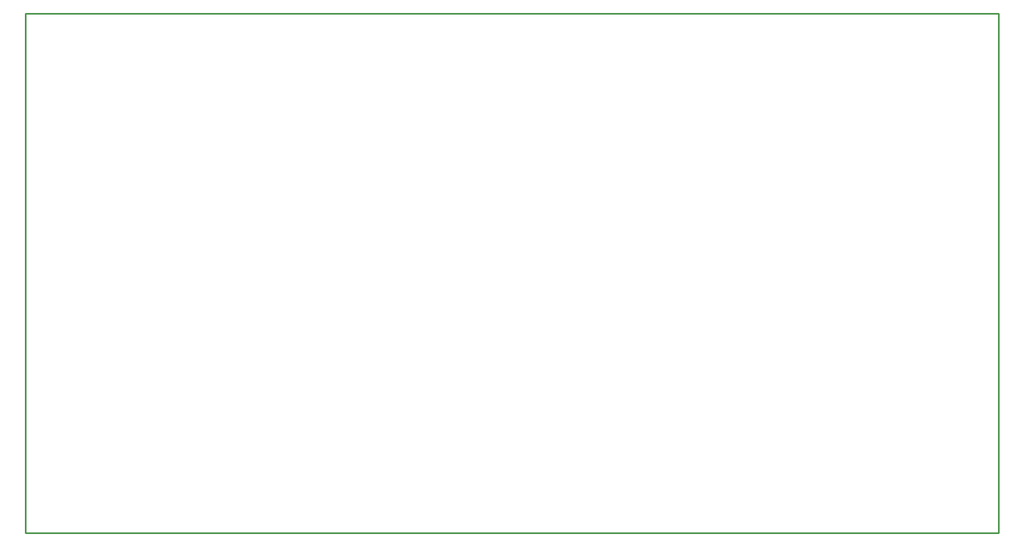
<source format=gbr>
G04 Layer_Color=16711935*
%FSLAX26Y26*%
%MOIN*%
%TF.FileFunction,Keep-out,Top*%
%TF.Part,Single*%
G01*
G75*
%TA.AperFunction,NonConductor*%
%ADD88C,0.010000*%
D88*
X1350000Y1800000D02*
X7342520D01*
Y5000000D01*
X1350000D01*
Y1800000D01*
%TF.MD5,c73a663103fd830709eb67199d42d5e7*%
M02*

</source>
